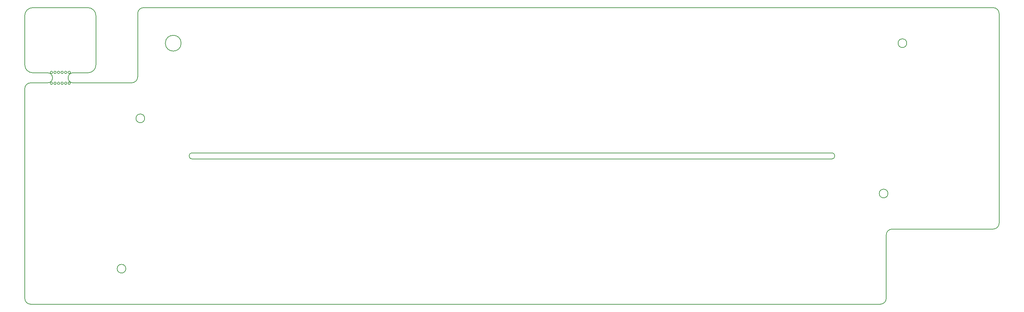
<source format=gbr>
%TF.GenerationSoftware,KiCad,Pcbnew,7.0.5*%
%TF.CreationDate,2024-01-03T16:25:20+01:00*%
%TF.ProjectId,no-escape,6e6f2d65-7363-4617-9065-2e6b69636164,rev?*%
%TF.SameCoordinates,Original*%
%TF.FileFunction,Profile,NP*%
%FSLAX46Y46*%
G04 Gerber Fmt 4.6, Leading zero omitted, Abs format (unit mm)*
G04 Created by KiCad (PCBNEW 7.0.5) date 2024-01-03 16:25:20*
%MOMM*%
%LPD*%
G01*
G04 APERTURE LIST*
%TA.AperFunction,Profile*%
%ADD10C,0.200000*%
%TD*%
G04 APERTURE END LIST*
D10*
X33187000Y-54600000D02*
G75*
G03*
X33187000Y-54600000I-300000J0D01*
G01*
X25812000Y-54500000D02*
G75*
G03*
X24337000Y-55975000I0J-1475000D01*
G01*
X26337000Y-35450000D02*
X40337000Y-35450000D01*
X42337000Y-37450000D02*
X42337000Y-49950000D01*
X31387000Y-54600000D02*
G75*
G03*
X31387000Y-54600000I-300000J0D01*
G01*
X240887000Y-110600000D02*
G75*
G03*
X242362000Y-109125000I0J1475000D01*
G01*
X31387000Y-51850000D02*
G75*
G03*
X31387000Y-51850000I-300000J0D01*
G01*
X66674500Y-72275000D02*
X228599500Y-72275000D01*
X40337000Y-51950000D02*
G75*
G03*
X42337000Y-49950000I0J2000000D01*
G01*
X30087000Y-54500000D02*
G75*
G03*
X30087000Y-51950000I0J1275000D01*
G01*
X54677625Y-63500000D02*
G75*
G03*
X54677625Y-63500000I-1100000J0D01*
G01*
X36587000Y-51950000D02*
X40337000Y-51950000D01*
X51387000Y-54500000D02*
G75*
G03*
X52912000Y-52975000I0J1525000D01*
G01*
X35887000Y-51850000D02*
G75*
G03*
X35887000Y-51850000I-300000J0D01*
G01*
X247558875Y-44450000D02*
G75*
G03*
X247558875Y-44450000I-1100000J0D01*
G01*
X243887000Y-91550000D02*
G75*
G03*
X242362000Y-93075000I0J-1525000D01*
G01*
X26337000Y-51950000D02*
X30087000Y-51950000D01*
X25812000Y-110600000D02*
X240887000Y-110600000D01*
X32287000Y-51850000D02*
G75*
G03*
X32287000Y-51850000I-300000J0D01*
G01*
X66674500Y-72275000D02*
G75*
G03*
X66674500Y-73775000I0J-750000D01*
G01*
X242796375Y-82550000D02*
G75*
G03*
X242796375Y-82550000I-1100000J0D01*
G01*
X36587000Y-51950000D02*
G75*
G03*
X36587000Y-54500000I0J-1275000D01*
G01*
X26337000Y-35450000D02*
G75*
G03*
X24337000Y-37450000I0J-2000000D01*
G01*
X270937000Y-90075000D02*
X270937000Y-36925000D01*
X269462000Y-91550000D02*
G75*
G03*
X270937000Y-90075000I0J1475000D01*
G01*
X270937000Y-36925000D02*
G75*
G03*
X269462000Y-35450000I-1475000J0D01*
G01*
X63912000Y-44450000D02*
G75*
G03*
X63912000Y-44450000I-2000000J0D01*
G01*
X54387000Y-35450000D02*
G75*
G03*
X52912000Y-36925000I0J-1475000D01*
G01*
X24337000Y-49950000D02*
G75*
G03*
X26337000Y-51950000I2000000J0D01*
G01*
X33187000Y-51850000D02*
G75*
G03*
X33187000Y-51850000I-300000J0D01*
G01*
X66674500Y-73775000D02*
X228599500Y-73775000D01*
X51387000Y-54500000D02*
X36587000Y-54500000D01*
X35887000Y-54600000D02*
G75*
G03*
X35887000Y-54600000I-300000J0D01*
G01*
X242362000Y-109125000D02*
X242362000Y-93075000D01*
X24337000Y-109125000D02*
G75*
G03*
X25812000Y-110600000I1475000J0D01*
G01*
X243887000Y-91550000D02*
X269462000Y-91550000D01*
X34987000Y-51850000D02*
G75*
G03*
X34987000Y-51850000I-300000J0D01*
G01*
X42337000Y-37450000D02*
G75*
G03*
X40337000Y-35450000I-2000000J0D01*
G01*
X32287000Y-54600000D02*
G75*
G03*
X32287000Y-54600000I-300000J0D01*
G01*
X34087000Y-51850000D02*
G75*
G03*
X34087000Y-51850000I-300000J0D01*
G01*
X49915125Y-101600000D02*
G75*
G03*
X49915125Y-101600000I-1100000J0D01*
G01*
X269462000Y-35450000D02*
X54387000Y-35450000D01*
X228599500Y-73775000D02*
G75*
G03*
X228599500Y-72275000I0J750000D01*
G01*
X30087000Y-54500000D02*
X25812000Y-54500000D01*
X24337000Y-37450000D02*
X24337000Y-49950000D01*
X34987000Y-54600000D02*
G75*
G03*
X34987000Y-54600000I-300000J0D01*
G01*
X52912000Y-36925000D02*
X52912000Y-52975000D01*
X24337000Y-55975000D02*
X24337000Y-109125000D01*
X34087000Y-54600000D02*
G75*
G03*
X34087000Y-54600000I-300000J0D01*
G01*
M02*

</source>
